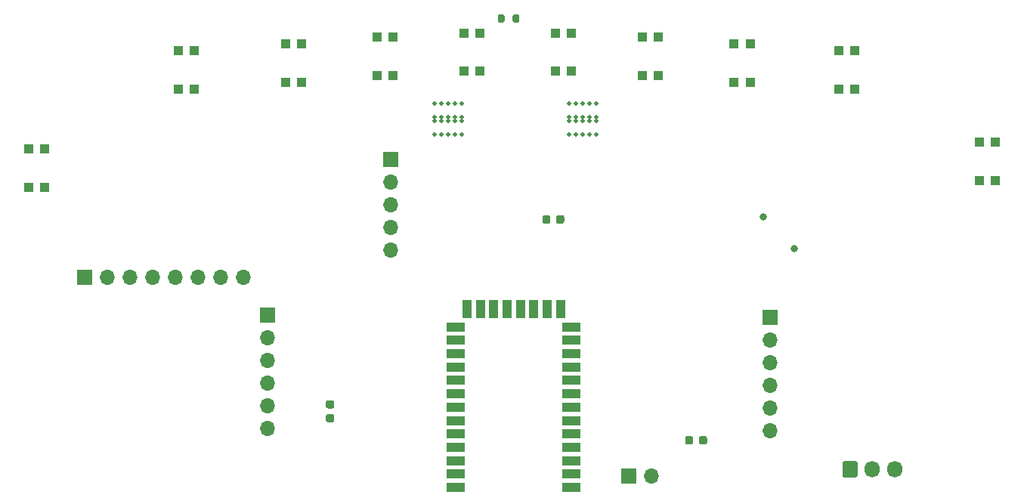
<source format=gbr>
%TF.GenerationSoftware,KiCad,Pcbnew,(5.1.7)-1*%
%TF.CreationDate,2021-05-04T00:49:10+02:00*%
%TF.ProjectId,Kaszmir,4b61737a-6d69-4722-9e6b-696361645f70,rev?*%
%TF.SameCoordinates,Original*%
%TF.FileFunction,Soldermask,Bot*%
%TF.FilePolarity,Negative*%
%FSLAX46Y46*%
G04 Gerber Fmt 4.6, Leading zero omitted, Abs format (unit mm)*
G04 Created by KiCad (PCBNEW (5.1.7)-1) date 2021-05-04 00:49:10*
%MOMM*%
%LPD*%
G01*
G04 APERTURE LIST*
%ADD10C,0.500000*%
%ADD11R,1.000000X1.000000*%
%ADD12O,1.700000X1.850000*%
%ADD13O,1.700000X1.700000*%
%ADD14R,1.700000X1.700000*%
%ADD15C,0.800000*%
%ADD16R,1.000000X2.000000*%
%ADD17R,2.000000X1.000000*%
G04 APERTURE END LIST*
D10*
%TO.C,mouse-bite-3mm-slot*%
X102504000Y-120500000D03*
X102504000Y-122000000D03*
X103254000Y-120500000D03*
X101754000Y-120500000D03*
X101754000Y-122000000D03*
X103254000Y-122000000D03*
X104028000Y-122000000D03*
X104028000Y-120500000D03*
X104790000Y-120500000D03*
X104790000Y-122000000D03*
%TD*%
%TO.C,mouse-bite-3mm-slot*%
X102504000Y-122500000D03*
X102504000Y-124000000D03*
X103254000Y-122500000D03*
X101754000Y-122500000D03*
X101754000Y-124000000D03*
X103254000Y-124000000D03*
X104028000Y-124000000D03*
X104028000Y-122500000D03*
X104790000Y-122500000D03*
X104790000Y-124000000D03*
%TD*%
%TO.C,R3*%
G36*
G01*
X93775000Y-111275000D02*
X93775000Y-110725000D01*
G75*
G02*
X93975000Y-110525000I200000J0D01*
G01*
X94375000Y-110525000D01*
G75*
G02*
X94575000Y-110725000I0J-200000D01*
G01*
X94575000Y-111275000D01*
G75*
G02*
X94375000Y-111475000I-200000J0D01*
G01*
X93975000Y-111475000D01*
G75*
G02*
X93775000Y-111275000I0J200000D01*
G01*
G37*
G36*
G01*
X95425000Y-111275000D02*
X95425000Y-110725000D01*
G75*
G02*
X95625000Y-110525000I200000J0D01*
G01*
X96025000Y-110525000D01*
G75*
G02*
X96225000Y-110725000I0J-200000D01*
G01*
X96225000Y-111275000D01*
G75*
G02*
X96025000Y-111475000I-200000J0D01*
G01*
X95625000Y-111475000D01*
G75*
G02*
X95425000Y-111275000I0J200000D01*
G01*
G37*
%TD*%
D11*
%TO.C,U1*%
X149550000Y-124850000D03*
X147750000Y-124850000D03*
X147750000Y-129150000D03*
X149550000Y-129150000D03*
%TD*%
%TO.C,U2*%
X133800000Y-114600000D03*
X132000000Y-114600000D03*
X132000000Y-118900000D03*
X133800000Y-118900000D03*
%TD*%
%TO.C,U9*%
X59800000Y-114600000D03*
X58000000Y-114600000D03*
X58000000Y-118900000D03*
X59800000Y-118900000D03*
%TD*%
%TO.C,U3*%
X122050000Y-113850000D03*
X120250000Y-113850000D03*
X120250000Y-118150000D03*
X122050000Y-118150000D03*
%TD*%
%TO.C,U8*%
X71800000Y-113850000D03*
X70000000Y-113850000D03*
X70000000Y-118150000D03*
X71800000Y-118150000D03*
%TD*%
%TO.C,U4*%
X111800000Y-113100000D03*
X110000000Y-113100000D03*
X110000000Y-117400000D03*
X111800000Y-117400000D03*
%TD*%
%TO.C,U10*%
X43050000Y-125600000D03*
X41250000Y-125600000D03*
X41250000Y-129900000D03*
X43050000Y-129900000D03*
%TD*%
%TO.C,U6*%
X91800000Y-112600000D03*
X90000000Y-112600000D03*
X90000000Y-116900000D03*
X91800000Y-116900000D03*
%TD*%
%TO.C,U7*%
X82050000Y-113100000D03*
X80250000Y-113100000D03*
X80250000Y-117400000D03*
X82050000Y-117400000D03*
%TD*%
%TO.C,U5*%
X102050000Y-112600000D03*
X100250000Y-112600000D03*
X100250000Y-116900000D03*
X102050000Y-116900000D03*
%TD*%
D10*
%TO.C,mouse-bite-3mm-slot*%
X89774000Y-122000000D03*
X89774000Y-120500000D03*
X89012000Y-120500000D03*
X89012000Y-122000000D03*
X88238000Y-122000000D03*
X86738000Y-122000000D03*
X86738000Y-120500000D03*
X88238000Y-120500000D03*
X87488000Y-122000000D03*
X87488000Y-120500000D03*
%TD*%
%TO.C,mouse-bite-3mm-slot*%
X89774000Y-124000000D03*
X89774000Y-122500000D03*
X89012000Y-122500000D03*
X89012000Y-124000000D03*
X88238000Y-124000000D03*
X86738000Y-124000000D03*
X86738000Y-122500000D03*
X88238000Y-122500000D03*
X87488000Y-124000000D03*
X87488000Y-122500000D03*
%TD*%
D12*
%TO.C,SW1*%
X138250000Y-161500000D03*
X135750000Y-161500000D03*
G36*
G01*
X132400000Y-162175000D02*
X132400000Y-160825000D01*
G75*
G02*
X132650000Y-160575000I250000J0D01*
G01*
X133850000Y-160575000D01*
G75*
G02*
X134100000Y-160825000I0J-250000D01*
G01*
X134100000Y-162175000D01*
G75*
G02*
X133850000Y-162425000I-250000J0D01*
G01*
X132650000Y-162425000D01*
G75*
G02*
X132400000Y-162175000I0J250000D01*
G01*
G37*
%TD*%
%TO.C,C10*%
G36*
G01*
X99675000Y-133250000D02*
X99675000Y-133750000D01*
G75*
G02*
X99450000Y-133975000I-225000J0D01*
G01*
X99000000Y-133975000D01*
G75*
G02*
X98775000Y-133750000I0J225000D01*
G01*
X98775000Y-133250000D01*
G75*
G02*
X99000000Y-133025000I225000J0D01*
G01*
X99450000Y-133025000D01*
G75*
G02*
X99675000Y-133250000I0J-225000D01*
G01*
G37*
G36*
G01*
X101225000Y-133250000D02*
X101225000Y-133750000D01*
G75*
G02*
X101000000Y-133975000I-225000J0D01*
G01*
X100550000Y-133975000D01*
G75*
G02*
X100325000Y-133750000I0J225000D01*
G01*
X100325000Y-133250000D01*
G75*
G02*
X100550000Y-133025000I225000J0D01*
G01*
X101000000Y-133025000D01*
G75*
G02*
X101225000Y-133250000I0J-225000D01*
G01*
G37*
%TD*%
D13*
%TO.C,STLINK*%
X81750000Y-136910000D03*
X81750000Y-134370000D03*
X81750000Y-131830000D03*
X81750000Y-129290000D03*
D14*
X81750000Y-126750000D03*
%TD*%
D15*
%TO.C,SW3*%
X123500000Y-133250000D03*
%TD*%
%TO.C,SW2*%
X127000000Y-136750000D03*
%TD*%
D16*
%TO.C,R12*%
X100830000Y-143540000D03*
X99330000Y-143540000D03*
X97830000Y-143540000D03*
X96330000Y-143540000D03*
X94830000Y-143540000D03*
X93330000Y-143540000D03*
X91830000Y-143540000D03*
X90330000Y-143540000D03*
D17*
X102030000Y-163540000D03*
X89030000Y-163540000D03*
X102030000Y-162040000D03*
X89030000Y-162040000D03*
X102030000Y-160540000D03*
X89030000Y-160540000D03*
X102030000Y-159040000D03*
X89030000Y-159040000D03*
X102030000Y-157540000D03*
X89030000Y-157540000D03*
X102030000Y-156040000D03*
X89030000Y-156040000D03*
X102030000Y-154540000D03*
X89030000Y-154540000D03*
X102030000Y-153040000D03*
X89030000Y-153040000D03*
X102030000Y-151540000D03*
X89030000Y-151540000D03*
X102030000Y-150040000D03*
X89030000Y-150040000D03*
X102030000Y-148540000D03*
X89030000Y-148540000D03*
X102030000Y-147040000D03*
X89030000Y-147040000D03*
X102030000Y-145540000D03*
X89030000Y-145540000D03*
%TD*%
D13*
%TO.C,J6*%
X68000000Y-156950000D03*
X68000000Y-154410000D03*
X68000000Y-151870000D03*
X68000000Y-149330000D03*
X68000000Y-146790000D03*
D14*
X68000000Y-144250000D03*
%TD*%
D13*
%TO.C,J5*%
X65280000Y-140000000D03*
X62740000Y-140000000D03*
X60200000Y-140000000D03*
X57660000Y-140000000D03*
X55120000Y-140000000D03*
X52580000Y-140000000D03*
X50040000Y-140000000D03*
D14*
X47500000Y-140000000D03*
%TD*%
D13*
%TO.C,J4*%
X124250000Y-157200000D03*
X124250000Y-154660000D03*
X124250000Y-152120000D03*
X124250000Y-149580000D03*
X124250000Y-147040000D03*
D14*
X124250000Y-144500000D03*
%TD*%
D13*
%TO.C,J3*%
X111040000Y-162250000D03*
D14*
X108500000Y-162250000D03*
%TD*%
%TO.C,C6*%
G36*
G01*
X115675000Y-158000000D02*
X115675000Y-158500000D01*
G75*
G02*
X115450000Y-158725000I-225000J0D01*
G01*
X115000000Y-158725000D01*
G75*
G02*
X114775000Y-158500000I0J225000D01*
G01*
X114775000Y-158000000D01*
G75*
G02*
X115000000Y-157775000I225000J0D01*
G01*
X115450000Y-157775000D01*
G75*
G02*
X115675000Y-158000000I0J-225000D01*
G01*
G37*
G36*
G01*
X117225000Y-158000000D02*
X117225000Y-158500000D01*
G75*
G02*
X117000000Y-158725000I-225000J0D01*
G01*
X116550000Y-158725000D01*
G75*
G02*
X116325000Y-158500000I0J225000D01*
G01*
X116325000Y-158000000D01*
G75*
G02*
X116550000Y-157775000I225000J0D01*
G01*
X117000000Y-157775000D01*
G75*
G02*
X117225000Y-158000000I0J-225000D01*
G01*
G37*
%TD*%
%TO.C,C3*%
G36*
G01*
X75250000Y-154675000D02*
X74750000Y-154675000D01*
G75*
G02*
X74525000Y-154450000I0J225000D01*
G01*
X74525000Y-154000000D01*
G75*
G02*
X74750000Y-153775000I225000J0D01*
G01*
X75250000Y-153775000D01*
G75*
G02*
X75475000Y-154000000I0J-225000D01*
G01*
X75475000Y-154450000D01*
G75*
G02*
X75250000Y-154675000I-225000J0D01*
G01*
G37*
G36*
G01*
X75250000Y-156225000D02*
X74750000Y-156225000D01*
G75*
G02*
X74525000Y-156000000I0J225000D01*
G01*
X74525000Y-155550000D01*
G75*
G02*
X74750000Y-155325000I225000J0D01*
G01*
X75250000Y-155325000D01*
G75*
G02*
X75475000Y-155550000I0J-225000D01*
G01*
X75475000Y-156000000D01*
G75*
G02*
X75250000Y-156225000I-225000J0D01*
G01*
G37*
%TD*%
M02*

</source>
